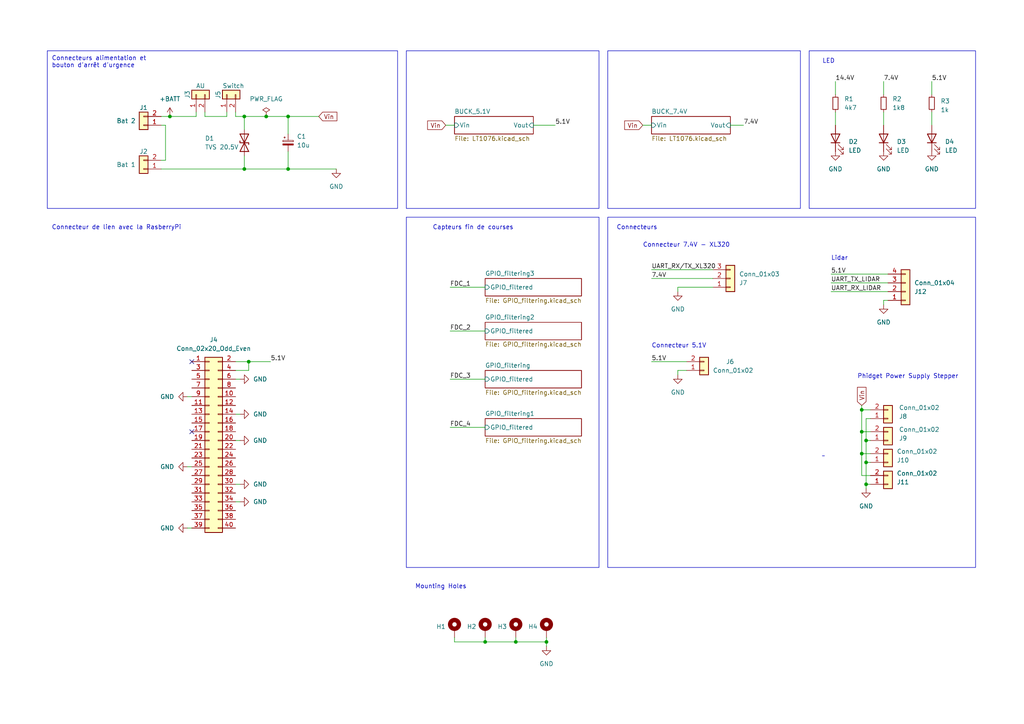
<source format=kicad_sch>
(kicad_sch (version 20230121) (generator eeschema)
  (paper "A4")
  (lib_symbols
    (symbol "Connector_Generic:Conn_01x02" (pin_names (offset 1.016) hide)
      (property "Reference" "J" (at 0 2.54 0))
      (property "Value" "Conn_01x02" (at 0 -5.08 0))
      (symbol "Conn_01x02_1_1"
        (rectangle (start -1.27 -2.413) (end 0 -2.667) (stroke (width 0.1524)))
        (rectangle (start -1.27 0.127) (end 0 -0.127) (stroke (width 0.1524)))
        (rectangle (start -1.27 1.27) (end 1.27 -3.81) (stroke (width 0.254)) (fill (type background)))
        (pin passive line (at -5.08 0 0) (length 3.81) (name "Pin_1") (number "1"))
        (pin passive line (at -5.08 -2.54 0) (length 3.81) (name "Pin_2") (number "2"))
      )
    )
    (symbol "Connector_Generic:Conn_01x03" (pin_names (offset 1.016) hide)
      (property "Reference" "J" (at 0 5.08 0))
      (property "Value" "Conn_01x03" (at 0 -5.08 0))
      (symbol "Conn_01x03_1_1"
        (rectangle (start -1.27 -2.413) (end 0 -2.667) (stroke (width 0.1524)))
        (rectangle (start -1.27 0.127) (end 0 -0.127) (stroke (width 0.1524)))
        (rectangle (start -1.27 2.667) (end 0 2.413) (stroke (width 0.1524)))
        (rectangle (start -1.27 3.81) (end 1.27 -3.81) (stroke (width 0.254)) (fill (type background)))
        (pin passive line (at -5.08 2.54 0) (length 3.81) (name "Pin_1") (number "1"))
        (pin passive line (at -5.08 0 0) (length 3.81) (name "Pin_2") (number "2"))
        (pin passive line (at -5.08 -2.54 0) (length 3.81) (name "Pin_3") (number "3"))
      )
    )
    (symbol "Connector_Generic:Conn_01x04" (pin_names (offset 1.016) hide)
      (property "Reference" "J" (at 0 5.08 0))
      (property "Value" "Conn_01x04" (at 0 -7.62 0))
      (symbol "Conn_01x04_1_1"
        (rectangle (start -1.27 -4.953) (end 0 -5.207) (stroke (width 0.1524)))
        (rectangle (start -1.27 -2.413) (end 0 -2.667) (stroke (width 0.1524)))
        (rectangle (start -1.27 0.127) (end 0 -0.127) (stroke (width 0.1524)))
        (rectangle (start -1.27 2.667) (end 0 2.413) (stroke (width 0.1524)))
        (rectangle (start -1.27 3.81) (end 1.27 -6.35) (stroke (width 0.254)) (fill (type background)))
        (pin passive line (at -5.08 2.54 0) (length 3.81) (name "Pin_1") (number "1"))
        (pin passive line (at -5.08 0 0) (length 3.81) (name "Pin_2") (number "2"))
        (pin passive line (at -5.08 -2.54 0) (length 3.81) (name "Pin_3") (number "3"))
        (pin passive line (at -5.08 -5.08 0) (length 3.81) (name "Pin_4") (number "4"))
      )
    )
    (symbol "Connector_Generic:Conn_02x20_Odd_Even" (pin_names (offset 1.016) hide)
      (property "Reference" "J" (at 1.27 25.4 0))
      (property "Value" "Conn_02x20_Odd_Even" (at 1.27 -27.94 0))
      (symbol "Conn_02x20_Odd_Even_1_1"
        (rectangle (start -1.27 -25.273) (end 0 -25.527) (stroke (width 0.1524)))
        (rectangle (start -1.27 -22.733) (end 0 -22.987) (stroke (width 0.1524)))
        (rectangle (start -1.27 -20.193) (end 0 -20.447) (stroke (width 0.1524)))
        (rectangle (start -1.27 -17.653) (end 0 -17.907) (stroke (width 0.1524)))
        (rectangle (start -1.27 -15.113) (end 0 -15.367) (stroke (width 0.1524)))
        (rectangle (start -1.27 -12.573) (end 0 -12.827) (stroke (width 0.1524)))
        (rectangle (start -1.27 -10.033) (end 0 -10.287) (stroke (width 0.1524)))
        (rectangle (start -1.27 -7.493) (end 0 -7.747) (stroke (width 0.1524)))
        (rectangle (start -1.27 -4.953) (end 0 -5.207) (stroke (width 0.1524)))
        (rectangle (start -1.27 -2.413) (end 0 -2.667) (stroke (width 0.1524)))
        (rectangle (start -1.27 0.127) (end 0 -0.127) (stroke (width 0.1524)))
        (rectangle (start -1.27 2.667) (end 0 2.413) (stroke (width 0.1524)))
        (rectangle (start -1.27 5.207) (end 0 4.953) (stroke (width 0.1524)))
        (rectangle (start -1.27 7.747) (end 0 7.493) (stroke (width 0.1524)))
        (rectangle (start -1.27 10.287) (end 0 10.033) (stroke (width 0.1524)))
        (rectangle (start -1.27 12.827) (end 0 12.573) (stroke (width 0.1524)))
        (rectangle (start -1.27 15.367) (end 0 15.113) (stroke (width 0.1524)))
        (rectangle (start -1.27 17.907) (end 0 17.653) (stroke (width 0.1524)))
        (rectangle (start -1.27 20.447) (end 0 20.193) (stroke (width 0.1524)))
        (rectangle (start -1.27 22.987) (end 0 22.733) (stroke (width 0.1524)))
        (rectangle (start -1.27 24.13) (end 3.81 -26.67) (stroke (width 0.254)) (fill (type background)))
        (rectangle (start 3.81 -25.273) (end 2.54 -25.527) (stroke (width 0.1524)))
        (rectangle (start 3.81 -22.733) (end 2.54 -22.987) (stroke (width 0.1524)))
        (rectangle (start 3.81 -20.193) (end 2.54 -20.447) (stroke (width 0.1524)))
        (rectangle (start 3.81 -17.653) (end 2.54 -17.907) (stroke (width 0.1524)))
        (rectangle (start 3.81 -15.113) (end 2.54 -15.367) (stroke (width 0.1524)))
        (rectangle (start 3.81 -12.573) (end 2.54 -12.827) (stroke (width 0.1524)))
        (rectangle (start 3.81 -10.033) (end 2.54 -10.287) (stroke (width 0.1524)))
        (rectangle (start 3.81 -7.493) (end 2.54 -7.747) (stroke (width 0.1524)))
        (rectangle (start 3.81 -4.953) (end 2.54 -5.207) (stroke (width 0.1524)))
        (rectangle (start 3.81 -2.413) (end 2.54 -2.667) (stroke (width 0.1524)))
        (rectangle (start 3.81 0.127) (end 2.54 -0.127) (stroke (width 0.1524)))
        (rectangle (start 3.81 2.667) (end 2.54 2.413) (stroke (width 0.1524)))
        (rectangle (start 3.81 5.207) (end 2.54 4.953) (stroke (width 0.1524)))
        (rectangle (start 3.81 7.747) (end 2.54 7.493) (stroke (width 0.1524)))
        (rectangle (start 3.81 10.287) (end 2.54 10.033) (stroke (width 0.1524)))
        (rectangle (start 3.81 12.827) (end 2.54 12.573) (stroke (width 0.1524)))
        (rectangle (start 3.81 15.367) (end 2.54 15.113) (stroke (width 0.1524)))
        (rectangle (start 3.81 17.907) (end 2.54 17.653) (stroke (width 0.1524)))
        (rectangle (start 3.81 20.447) (end 2.54 20.193) (stroke (width 0.1524)))
        (rectangle (start 3.81 22.987) (end 2.54 22.733) (stroke (width 0.1524)))
        (pin passive line (at -5.08 22.86 0) (length 3.81) (name "Pin_1") (number "1"))
        (pin passive line (at 7.62 12.7 180) (length 3.81) (name "Pin_10") (number "10"))
        (pin passive line (at -5.08 10.16 0) (length 3.81) (name "Pin_11") (number "11"))
        (pin passive line (at 7.62 10.16 180) (length 3.81) (name "Pin_12") (number "12"))
        (pin passive line (at -5.08 7.62 0) (length 3.81) (name "Pin_13") (number "13"))
        (pin passive line (at 7.62 7.62 180) (length 3.81) (name "Pin_14") (number "14"))
        (pin passive line (at -5.08 5.08 0) (length 3.81) (name "Pin_15") (number "15"))
        (pin passive line (at 7.62 5.08 180) (length 3.81) (name "Pin_16") (number "16"))
        (pin passive line (at -5.08 2.54 0) (length 3.81) (name "Pin_17") (number "17"))
        (pin passive line (at 7.62 2.54 180) (length 3.81) (name "Pin_18") (number "18"))
        (pin passive line (at -5.08 0 0) (length 3.81) (name "Pin_19") (number "19"))
        (pin passive line (at 7.62 22.86 180) (length 3.81) (name "Pin_2") (number "2"))
        (pin passive line (at 7.62 0 180) (length 3.81) (name "Pin_20") (number "20"))
        (pin passive line (at -5.08 -2.54 0) (length 3.81) (name "Pin_21") (number "21"))
        (pin passive line (at 7.62 -2.54 180) (length 3.81) (name "Pin_22") (number "22"))
        (pin passive line (at -5.08 -5.08 0) (length 3.81) (name "Pin_23") (number "23"))
        (pin passive line (at 7.62 -5.08 180) (length 3.81) (name "Pin_24") (number "24"))
        (pin passive line (at -5.08 -7.62 0) (length 3.81) (name "Pin_25") (number "25"))
        (pin passive line (at 7.62 -7.62 180) (length 3.81) (name "Pin_26") (number "26"))
        (pin passive line (at -5.08 -10.16 0) (length 3.81) (name "Pin_27") (number "27"))
        (pin passive line (at 7.62 -10.16 180) (length 3.81) (name "Pin_28") (number "28"))
        (pin passive line (at -5.08 -12.7 0) (length 3.81) (name "Pin_29") (number "29"))
        (pin passive line (at -5.08 20.32 0) (length 3.81) (name "Pin_3") (number "3"))
        (pin passive line (at 7.62 -12.7 180) (length 3.81) (name "Pin_30") (number "30"))
        (pin passive line (at -5.08 -15.24 0) (length 3.81) (name "Pin_31") (number "31"))
        (pin passive line (at 7.62 -15.24 180) (length 3.81) (name "Pin_32") (number "32"))
        (pin passive line (at -5.08 -17.78 0) (length 3.81) (name "Pin_33") (number "33"))
        (pin passive line (at 7.62 -17.78 180) (length 3.81) (name "Pin_34") (number "34"))
        (pin passive line (at -5.08 -20.32 0) (length 3.81) (name "Pin_35") (number "35"))
        (pin passive line (at 7.62 -20.32 180) (length 3.81) (name "Pin_36") (number "36"))
        (pin passive line (at -5.08 -22.86 0) (length 3.81) (name "Pin_37") (number "37"))
        (pin passive line (at 7.62 -22.86 180) (length 3.81) (name "Pin_38") (number "38"))
        (pin passive line (at -5.08 -25.4 0) (length 3.81) (name "Pin_39") (number "39"))
        (pin passive line (at 7.62 20.32 180) (length 3.81) (name "Pin_4") (number "4"))
        (pin passive line (at 7.62 -25.4 180) (length 3.81) (name "Pin_40") (number "40"))
        (pin passive line (at -5.08 17.78 0) (length 3.81) (name "Pin_5") (number "5"))
        (pin passive line (at 7.62 17.78 180) (length 3.81) (name "Pin_6") (number "6"))
        (pin passive line (at -5.08 15.24 0) (length 3.81) (name "Pin_7") (number "7"))
        (pin passive line (at 7.62 15.24 180) (length 3.81) (name "Pin_8") (number "8"))
        (pin passive line (at -5.08 12.7 0) (length 3.81) (name "Pin_9") (number "9"))
      )
    )
    (symbol "Device:C_Polarized_Small" (pin_numbers hide) (pin_names (offset 0.254) hide)
      (property "Reference" "C" (at 0.254 1.778 0))
      (property "Value" "C_Polarized_Small" (at 0.254 -2.032 0))
      (symbol "C_Polarized_Small_0_1"
        (rectangle (start -1.524 -0.3048) (end 1.524 -0.6858) (fill (type outline)))
        (rectangle (start -1.524 0.6858) (end 1.524 0.3048))
        (polyline (pts (xy -1.27 1.524) (xy -0.762 1.524)))
        (polyline (pts (xy -1.016 1.27) (xy -1.016 1.778)))
      )
      (symbol "C_Polarized_Small_1_1"
        (pin passive line (at 0 2.54 270) (length 1.8542) (name "~") (number "1"))
        (pin passive line (at 0 -2.54 90) (length 1.8542) (name "~") (number "2"))
      )
    )
    (symbol "Device:LED" (pin_numbers hide) (pin_names (offset 1.016) hide)
      (property "Reference" "D" (at 0 2.54 0))
      (property "Value" "LED" (at 0 -2.54 0))
      (symbol "LED_0_1"
        (polyline (pts (xy -1.27 -1.27) (xy -1.27 1.27)) (stroke (width 0.254)))
        (polyline (pts (xy -1.27 0) (xy 1.27 0)))
        (polyline (pts (xy 1.27 -1.27) (xy 1.27 1.27) (xy -1.27 0) (xy 1.27 -1.27)) (stroke (width 0.254)))
        (polyline (pts (xy -3.048 -0.762) (xy -4.572 -2.286) (xy -3.81 -2.286) (xy -4.572 -2.286) (xy -4.572 -1.524)))
        (polyline (pts (xy -1.778 -0.762) (xy -3.302 -2.286) (xy -2.54 -2.286) (xy -3.302 -2.286) (xy -3.302 -1.524)))
      )
      (symbol "LED_1_1"
        (pin passive line (at -3.81 0 0) (length 2.54) (name "K") (number "1"))
        (pin passive line (at 3.81 0 180) (length 2.54) (name "A") (number "2"))
      )
    )
    (symbol "Device:R_Small" (pin_numbers hide) (pin_names (offset 0.254) hide)
      (property "Reference" "R" (at 0.762 0.508 0))
      (property "Value" "R_Small" (at 0.762 -1.016 0))
      (symbol "R_Small_0_1"
        (rectangle (start -0.762 1.778) (end 0.762 -1.778) (stroke (width 0.2032)))
      )
      (symbol "R_Small_1_1"
        (pin passive line (at 0 2.54 270) (length 0.762) (name "~") (number "1"))
        (pin passive line (at 0 -2.54 90) (length 0.762) (name "~") (number "2"))
      )
    )
    (symbol "Diode:1.5KExxCA" (pin_numbers hide) (pin_names (offset 1.016) hide)
      (property "Reference" "D" (at 0 2.54 0))
      (property "Value" "1.5KExxCA" (at 0 -2.54 0))
      (symbol "1.5KExxCA_0_1"
        (polyline (pts (xy 1.27 0) (xy -1.27 0)))
        (polyline (pts (xy -2.54 -1.27) (xy 0 0) (xy -2.54 1.27) (xy -2.54 -1.27)) (stroke (width 0.254)))
        (polyline (pts (xy 0.508 1.27) (xy 0 1.27) (xy 0 -1.27) (xy -0.508 -1.27)) (stroke (width 0.254)))
        (polyline (pts (xy 2.54 1.27) (xy 2.54 -1.27) (xy 0 0) (xy 2.54 1.27)) (stroke (width 0.254)))
      )
      (symbol "1.5KExxCA_1_1"
        (pin passive line (at -3.81 0 0) (length 2.54) (name "A1") (number "1"))
        (pin passive line (at 3.81 0 180) (length 2.54) (name "A2") (number "2"))
      )
    )
    (symbol "Mechanical:MountingHole_Pad" (pin_numbers hide) (pin_names (offset 1.016) hide)
      (property "Reference" "H" (at 0 6.35 0))
      (property "Value" "MountingHole_Pad" (at 0 4.445 0))
      (symbol "MountingHole_Pad_0_1"
        (circle (center 0 1.27) (radius 1.27) (stroke (width 1.27)))
      )
      (symbol "MountingHole_Pad_1_1"
        (pin input line (at 0 -2.54 90) (length 2.54) (name "1") (number "1"))
      )
    )
    (symbol "power:+BATT" (power) (pin_names (offset 0))
      (property "Value" "+BATT" (at 0 3.556 0))
      (symbol "+BATT_0_1"
        (polyline (pts (xy -0.762 1.27) (xy 0 2.54)))
        (polyline (pts (xy 0 0) (xy 0 2.54)))
        (polyline (pts (xy 0 2.54) (xy 0.762 1.27)))
      )
      (symbol "+BATT_1_1"
        (pin power_in line (at 0 0 90) (length 0) hide (name "+BATT") (number "1"))
      )
    )
    (symbol "power:GND" (power) (pin_names (offset 0))
      (property "Value" "GND" (at 0 -3.81 0))
      (symbol "GND_0_1"
        (polyline (pts (xy 0 0) (xy 0 -1.27) (xy 1.27 -1.27) (xy 0 -2.54) (xy -1.27 -1.27) (xy 0 -1.27)))
      )
      (symbol "GND_1_1"
        (pin power_in line (at 0 0 270) (length 0) hide (name "GND") (number "1"))
      )
    )
    (symbol "power:PWR_FLAG" (power) (pin_numbers hide) (pin_names (offset 0) hide)
      (property "Value" "PWR_FLAG" (at 0 3.81 0))
      (symbol "PWR_FLAG_0_0"
        (pin power_out line (at 0 0 90) (length 0) (name "pwr") (number "1"))
      )
      (symbol "PWR_FLAG_0_1"
        (polyline (pts (xy 0 0) (xy 0 1.27) (xy -1.016 1.905) (xy 0 2.54) (xy 1.016 1.905) (xy 0 1.27)))
      )
    )
  )
  (junction (at 140.716 186.182))
  (junction (at 49.276 33.782))
  (junction (at 70.866 49.022))
  (junction (at 72.136 104.902))
  (junction (at 83.566 33.782))
  (junction (at 249.936 131.572))
  (junction (at 251.206 134.112))
  (junction (at 249.936 118.872))
  (junction (at 251.206 127.762))
  (junction (at 83.566 49.022))
  (junction (at 149.606 186.182))
  (junction (at 158.496 186.182))
  (junction (at 251.206 140.462))
  (junction (at 77.216 33.782))
  (junction (at 70.866 33.782))
  (junction (at 249.936 125.222))
  (no_connect (at 55.626 104.902))
  (no_connect (at 55.626 125.222))
  (wire (pts (xy 70.866 33.782) (xy 77.216 33.782)))
  (wire (pts (xy 196.596 83.312) (xy 196.596 84.582)))
  (wire (pts (xy 59.436 32.512) (xy 59.436 33.782)))
  (wire (pts (xy 48.006 46.482) (xy 46.736 46.482)))
  (wire (pts (xy 77.216 33.782) (xy 83.566 33.782)))
  (wire (pts (xy 83.566 38.862) (xy 83.566 33.782)))
  (wire (pts (xy 68.326 32.512) (xy 68.326 33.782)))
  (wire (pts (xy 242.316 23.622) (xy 242.316 27.432)))
  (polyline (pts (xy 238.506 132.207) (xy 239.141 132.207)))
  (wire (pts (xy 129.286 36.322) (xy 131.826 36.322)))
  (wire (pts (xy 68.326 140.462) (xy 69.596 140.462)))
  (wire (pts (xy 188.976 104.902) (xy 199.136 104.902)))
  (wire (pts (xy 251.206 134.112) (xy 251.206 140.462)))
  (wire (pts (xy 251.206 127.762) (xy 252.476 127.762)))
  (wire (pts (xy 68.326 127.762) (xy 69.596 127.762)))
  (wire (pts (xy 131.826 184.912) (xy 131.826 186.182)))
  (wire (pts (xy 252.476 134.112) (xy 251.206 134.112)))
  (wire (pts (xy 186.436 36.322) (xy 188.976 36.322)))
  (wire (pts (xy 46.736 36.322) (xy 48.006 36.322)))
  (wire (pts (xy 97.536 49.022) (xy 83.566 49.022)))
  (wire (pts (xy 68.326 120.142) (xy 69.596 120.142)))
  (wire (pts (xy 211.836 36.322) (xy 215.646 36.322)))
  (wire (pts (xy 68.326 33.782) (xy 70.866 33.782)))
  (wire (pts (xy 65.786 32.512) (xy 65.786 33.782)))
  (wire (pts (xy 241.046 82.042) (xy 257.556 82.042)))
  (wire (pts (xy 68.326 145.542) (xy 69.596 145.542)))
  (wire (pts (xy 188.976 78.232) (xy 206.756 78.232)))
  (wire (pts (xy 249.936 125.222) (xy 249.936 131.572)))
  (wire (pts (xy 54.356 135.382) (xy 55.626 135.382)))
  (wire (pts (xy 68.326 109.982) (xy 69.596 109.982)))
  (wire (pts (xy 46.736 49.022) (xy 70.866 49.022)))
  (wire (pts (xy 252.476 118.872) (xy 249.936 118.872)))
  (wire (pts (xy 83.566 43.942) (xy 83.566 49.022)))
  (wire (pts (xy 68.326 107.442) (xy 72.136 107.442)))
  (wire (pts (xy 149.606 184.912) (xy 149.606 186.182)))
  (wire (pts (xy 249.936 137.922) (xy 252.476 137.922)))
  (wire (pts (xy 188.976 80.772) (xy 206.756 80.772)))
  (wire (pts (xy 154.686 36.322) (xy 161.036 36.322)))
  (wire (pts (xy 68.326 104.902) (xy 72.136 104.902)))
  (wire (pts (xy 149.606 186.182) (xy 158.496 186.182)))
  (wire (pts (xy 199.136 107.442) (xy 196.596 107.442)))
  (wire (pts (xy 256.286 87.122) (xy 257.556 87.122)))
  (wire (pts (xy 130.556 109.982) (xy 140.716 109.982)))
  (wire (pts (xy 54.356 153.162) (xy 55.626 153.162)))
  (wire (pts (xy 256.286 88.392) (xy 256.286 87.122)))
  (wire (pts (xy 130.556 123.952) (xy 140.716 123.952)))
  (wire (pts (xy 251.206 127.762) (xy 251.206 134.112)))
  (wire (pts (xy 158.496 186.182) (xy 158.496 187.452)))
  (wire (pts (xy 70.866 49.022) (xy 83.566 49.022)))
  (wire (pts (xy 241.046 84.582) (xy 257.556 84.582)))
  (wire (pts (xy 46.736 33.782) (xy 49.276 33.782)))
  (wire (pts (xy 270.256 32.512) (xy 270.256 36.322)))
  (wire (pts (xy 130.556 83.312) (xy 140.716 83.312)))
  (wire (pts (xy 56.896 33.782) (xy 56.896 32.512)))
  (wire (pts (xy 49.276 33.782) (xy 56.896 33.782)))
  (wire (pts (xy 249.936 131.572) (xy 249.936 137.922)))
  (wire (pts (xy 251.206 121.412) (xy 251.206 127.762)))
  (wire (pts (xy 131.826 186.182) (xy 140.716 186.182)))
  (wire (pts (xy 140.716 186.182) (xy 149.606 186.182)))
  (wire (pts (xy 249.936 117.602) (xy 249.936 118.872)))
  (wire (pts (xy 140.716 184.912) (xy 140.716 186.182)))
  (wire (pts (xy 270.256 23.622) (xy 270.256 27.432)))
  (wire (pts (xy 48.006 36.322) (xy 48.006 46.482)))
  (wire (pts (xy 251.206 140.462) (xy 251.206 141.732)))
  (wire (pts (xy 242.316 32.512) (xy 242.316 36.322)))
  (wire (pts (xy 241.046 79.502) (xy 257.556 79.502)))
  (wire (pts (xy 249.936 131.572) (xy 252.476 131.572)))
  (wire (pts (xy 249.936 125.222) (xy 252.476 125.222)))
  (wire (pts (xy 196.596 83.312) (xy 206.756 83.312)))
  (wire (pts (xy 252.476 121.412) (xy 251.206 121.412)))
  (wire (pts (xy 130.556 96.012) (xy 140.716 96.012)))
  (wire (pts (xy 256.286 23.622) (xy 256.286 27.432)))
  (wire (pts (xy 72.136 104.902) (xy 78.486 104.902)))
  (wire (pts (xy 252.476 140.462) (xy 251.206 140.462)))
  (wire (pts (xy 70.866 33.782) (xy 70.866 37.592)))
  (wire (pts (xy 59.436 33.782) (xy 65.786 33.782)))
  (wire (pts (xy 158.496 184.912) (xy 158.496 186.182)))
  (wire (pts (xy 256.286 32.512) (xy 256.286 36.322)))
  (wire (pts (xy 70.866 45.212) (xy 70.866 49.022)))
  (wire (pts (xy 54.356 115.062) (xy 55.626 115.062)))
  (wire (pts (xy 72.136 107.442) (xy 72.136 104.902)))
  (wire (pts (xy 196.596 107.442) (xy 196.596 108.712)))
  (wire (pts (xy 92.456 33.782) (xy 83.566 33.782)))
  (wire (pts (xy 249.936 118.872) (xy 249.936 125.222)))
  (rectangle (start 176.276 62.992) (end 282.956 164.592))
  (rectangle (start 176.276 14.732) (end 232.156 60.452))
  (rectangle (start 117.856 62.992) (end 173.736 164.592))
  (rectangle (start 234.696 14.732) (end 282.956 60.452))
  (rectangle (start 13.716 14.732) (end 115.316 60.452))
  (rectangle (start 117.856 14.732) (end 173.736 60.452))
  (text "Connecteurs alimentation et \nbouton d'arrêt d'urgence" (at 14.986 19.812 0) (effects (font (size 1.27 1.27)) (justify left bottom)))
  (text "Mounting Holes" (at 120.396 170.942 0) (effects (font (size 1.27 1.27)) (justify left bottom)))
  (text "Lidar\n" (at 241.046 75.692 0) (effects (font (size 1.27 1.27)) (justify left bottom)))
  (text "Connecteur 5.1V\n" (at 188.976 101.092 0) (effects (font (size 1.27 1.27)) (justify left bottom)))
  (text "Connecteur de lien avec la RasberryPi" (at 14.986 66.802 0) (effects (font (size 1.27 1.27)) (justify left bottom)))
  (text "Connecteurs\n" (at 178.816 66.802 0) (effects (font (size 1.27 1.27)) (justify left bottom)))
  (text "LED" (at 238.506 18.542 0) (effects (font (size 1.27 1.27)) (justify left bottom)))
  (text "Capteurs fin de courses\n" (at 125.476 66.802 0) (effects (font (size 1.27 1.27)) (justify left bottom)))
  (text "Phidget Power Supply Stepper" (at 248.666 109.982 0) (effects (font (size 1.27 1.27)) (justify left bottom)))
  (text "Connecteur 7.4V - XL320" (at 186.436 71.882 0) (effects (font (size 1.27 1.27)) (justify left bottom)))
  (label "UART_RX{slash}TX_XL320" (at 188.976 78.232 0))
  (label "5.1V" (at 161.036 36.322 0))
  (label "7.4V" (at 188.976 80.772 0))
  (label "7.4V" (at 256.286 23.622 0))
  (label "7.4V" (at 215.646 36.322 0))
  (label "FDC_2" (at 130.556 96.012 0))
  (label "5.1V" (at 241.046 79.502 0))
  (label "FDC_3" (at 130.556 109.982 0))
  (label "UART_RX_LIDAR" (at 241.046 84.582 0))
  (label "FDC_4" (at 130.556 123.952 0))
  (label "14.4V" (at 242.316 23.622 0))
  (label "5.1V" (at 188.976 104.902 0))
  (label "5.1V" (at 78.486 104.902 0))
  (label "FDC_1" (at 130.556 83.312 0))
  (label "UART_TX_LIDAR" (at 241.046 82.042 0))
  (label "5.1V" (at 270.256 23.622 0))
  (global_label "Vin" (shape input) (at 186.436 36.322 180) (property "Intersheetrefs" "${INTERSHEET_REFS}" (effects hide)))
  (global_label "Vin" (shape input) (at 249.936 117.602 90) (property "Intersheetrefs" "${INTERSHEET_REFS}" (effects hide)))
  (global_label "Vin" (shape input) (at 92.456 33.782 0) (property "Intersheetrefs" "${INTERSHEET_REFS}" (effects hide)))
  (global_label "Vin" (shape input) (at 129.286 36.322 180) (property "Intersheetrefs" "${INTERSHEET_REFS}" (effects hide)))
  (symbol (lib_id "Device:LED") (at 242.316 40.132 90) (unit 1)
    (property "Reference" "D2" (at 246.126 41.0845 90) (effects (justify right)))
    (property "Value" "LED" (at 246.126 43.6245 90) (effects (justify right)))
    (property "Footprint" "LED_SMD:LED_0603_1608Metric_Pad1.05x0.95mm_HandSolder" (effects hide))
  )
  (symbol (lib_id "Mechanical:MountingHole_Pad") (at 140.716 182.372 0) (unit 1)
    (property "Reference" "H2" (at 138.176 181.737 0) (effects (justify right)))
    (property "Value" "MountingHole_Pad" (effects hide))
    (property "Footprint" "MountingHole:MountingHole_3.2mm_M3_Pad_Via" (effects hide))
  )
  (symbol (lib_id "Connector_Generic:Conn_01x02") (at 41.656 49.022 180) (unit 1)
    (property "Reference" "J2" (at 41.656 43.942 0))
    (property "Value" "Bat 1" (at 36.576 47.752 0))
  )
  (symbol (lib_id "power:GND") (at 97.536 49.022 0) (unit 1)
    (property "Reference" "#PWR010" (effects hide))
    (property "Value" "GND" (at 97.536 54.102 0))
  )
  (symbol (lib_id "power:GND") (at 69.596 140.462 90) (unit 1)
    (property "Reference" "#PWR08" (effects hide))
    (property "Value" "GND" (at 73.406 140.462 90) (effects (justify right)))
  )
  (symbol (lib_id "Device:C_Polarized_Small") (at 83.566 41.402 0) (unit 1)
    (property "Reference" "C1" (at 86.106 39.5859 0) (effects (justify left)))
    (property "Value" "10u" (at 86.106 42.1259 0) (effects (justify left)))
    (property "Footprint" "Capacitor_SMD:CP_Elec_5x5.4" (effects hide))
    (property "Datasheet" "https://www.we-online.com/components/products/datasheet/865080642006.pdf" (effects hide))
    (property "MPN" "865080642006" (effects hide))
  )
  (symbol (lib_id "Connector_Generic:Conn_01x02") (at 204.216 107.442 0) (mirror x) (unit 1)
    (property "Reference" "J6" (at 210.566 104.902 0) (effects (justify left)))
    (property "Value" "Conn_01x02" (at 206.756 107.442 0) (effects (justify left)))
  )
  (symbol (lib_id "power:GND") (at 256.286 43.942 0) (unit 1)
    (property "Reference" "#PWR016" (effects hide))
    (property "Value" "GND" (at 256.286 49.022 0))
  )
  (symbol (lib_id "power:GND") (at 69.596 145.542 90) (unit 1)
    (property "Reference" "#PWR09" (effects hide))
    (property "Value" "GND" (at 73.406 145.542 90) (effects (justify right)))
  )
  (symbol (lib_id "power:GND") (at 242.316 43.942 0) (unit 1)
    (property "Reference" "#PWR014" (effects hide))
    (property "Value" "GND" (at 242.316 49.022 0))
  )
  (symbol (lib_id "power:GND") (at 196.596 108.712 0) (unit 1)
    (property "Reference" "#PWR013" (effects hide))
    (property "Value" "GND" (at 196.596 113.792 0))
  )
  (symbol (lib_id "power:GND") (at 256.286 88.392 0) (unit 1)
    (property "Reference" "#PWR017" (effects hide))
    (property "Value" "GND" (at 256.286 93.472 0))
  )
  (symbol (lib_id "power:GND") (at 196.596 84.582 0) (unit 1)
    (property "Reference" "#PWR012" (effects hide))
    (property "Value" "GND" (at 196.596 89.662 0))
  )
  (symbol (lib_id "Connector_Generic:Conn_01x02") (at 257.556 134.112 0) (mirror x) (unit 1)
    (property "Reference" "J10" (at 260.096 133.477 0) (effects (justify left)))
    (property "Value" "Conn_01x02" (at 260.096 130.937 0) (effects (justify left)))
  )
  (symbol (lib_id "power:GND") (at 251.206 141.732 0) (unit 1)
    (property "Reference" "#PWR015" (effects hide))
    (property "Value" "GND" (at 251.206 146.812 0))
  )
  (symbol (lib_id "power:GND") (at 69.596 120.142 90) (unit 1)
    (property "Reference" "#PWR06" (effects hide))
    (property "Value" "GND" (at 73.406 120.142 90) (effects (justify right)))
  )
  (symbol (lib_id "Connector_Generic:Conn_01x02") (at 257.556 121.412 0) (mirror x) (unit 1)
    (property "Reference" "J8" (at 260.731 120.777 0) (effects (justify left)))
    (property "Value" "Conn_01x02" (at 260.731 118.237 0) (effects (justify left)))
  )
  (symbol (lib_id "Connector_Generic:Conn_01x03") (at 211.836 80.772 0) (mirror x) (unit 1)
    (property "Reference" "J7" (at 214.376 82.042 0) (effects (justify left)))
    (property "Value" "Conn_01x03" (at 214.376 79.502 0) (effects (justify left)))
  )
  (symbol (lib_id "Device:LED") (at 256.286 40.132 90) (unit 1)
    (property "Reference" "D3" (at 260.096 41.0845 90) (effects (justify right)))
    (property "Value" "LED" (at 260.096 43.6245 90) (effects (justify right)))
    (property "Footprint" "LED_SMD:LED_0603_1608Metric_Pad1.05x0.95mm_HandSolder" (effects hide))
  )
  (symbol (lib_id "Connector_Generic:Conn_01x04") (at 262.636 84.582 0) (mirror x) (unit 1)
    (property "Reference" "J12" (at 265.176 84.582 0) (effects (justify left)))
    (property "Value" "Conn_01x04" (at 265.176 82.042 0) (effects (justify left)))
  )
  (symbol (lib_id "Connector_Generic:Conn_01x02") (at 257.556 140.462 0) (mirror x) (unit 1)
    (property "Reference" "J11" (at 260.096 139.827 0) (effects (justify left)))
    (property "Value" "Conn_01x02" (at 260.096 137.287 0) (effects (justify left)))
  )
  (symbol (lib_id "Connector_Generic:Conn_01x02") (at 56.896 27.432 90) (unit 1)
    (property "Reference" "J3" (at 54.356 27.432 0))
    (property "Value" "AU" (at 58.166 24.892 90))
  )
  (symbol (lib_id "power:PWR_FLAG") (at 77.216 33.782 0) (unit 1)
    (property "Reference" "#FLG01" (effects hide))
    (property "Value" "PWR_FLAG" (at 77.216 28.702 0))
  )
  (symbol (lib_id "Connector_Generic:Conn_02x20_Odd_Even") (at 60.706 127.762 0) (unit 1)
    (property "Reference" "J4" (at 61.976 98.552 0))
    (property "Value" "Conn_02x20_Odd_Even" (at 61.976 101.092 0))
  )
  (symbol (lib_id "power:GND") (at 54.356 115.062 270) (unit 1)
    (property "Reference" "#PWR02" (effects hide))
    (property "Value" "GND" (at 50.546 115.062 90) (effects (justify right)))
  )
  (symbol (lib_id "Device:R_Small") (at 242.316 29.972 0) (unit 1)
    (property "Reference" "R1" (at 244.856 28.702 0) (effects (justify left)))
    (property "Value" "4k7" (at 244.856 31.242 0) (effects (justify left)))
    (property "Footprint" "Resistor_SMD:R_0603_1608Metric_Pad0.98x0.95mm_HandSolder" (effects hide))
  )
  (symbol (lib_id "power:GND") (at 158.496 187.452 0) (unit 1)
    (property "Reference" "#PWR011" (effects hide))
    (property "Value" "GND" (at 158.496 192.532 0))
  )
  (symbol (lib_id "power:GND") (at 54.356 135.382 270) (unit 1)
    (property "Reference" "#PWR03" (effects hide))
    (property "Value" "GND" (at 50.546 135.382 90) (effects (justify right)))
  )
  (symbol (lib_id "Mechanical:MountingHole_Pad") (at 131.826 182.372 0) (unit 1)
    (property "Reference" "H1" (at 129.286 181.737 0) (effects (justify right)))
    (property "Value" "MountingHole_Pad" (effects hide))
    (property "Footprint" "MountingHole:MountingHole_3.2mm_M3_Pad_Via" (effects hide))
  )
  (symbol (lib_id "power:GND") (at 270.256 43.942 0) (unit 1)
    (property "Reference" "#PWR018" (effects hide))
    (property "Value" "GND" (at 270.256 49.022 0))
  )
  (symbol (lib_id "Connector_Generic:Conn_01x02") (at 65.786 27.432 90) (unit 1)
    (property "Reference" "J5" (at 63.246 28.702 0) (effects (justify left)))
    (property "Value" "Switch" (at 70.866 24.892 90) (effects (justify left)))
  )
  (symbol (lib_id "power:GND") (at 54.356 153.162 270) (unit 1)
    (property "Reference" "#PWR04" (effects hide))
    (property "Value" "GND" (at 50.546 153.162 90) (effects (justify right)))
  )
  (symbol (lib_id "Device:R_Small") (at 256.286 29.972 0) (unit 1)
    (property "Reference" "R2" (at 258.826 28.702 0) (effects (justify left)))
    (property "Value" "1k8" (at 258.826 31.242 0) (effects (justify left)))
    (property "Footprint" "Resistor_SMD:R_0603_1608Metric_Pad0.98x0.95mm_HandSolder" (effects hide))
  )
  (symbol (lib_id "power:GND") (at 69.596 127.762 90) (unit 1)
    (property "Reference" "#PWR07" (effects hide))
    (property "Value" "GND" (at 73.406 127.762 90) (effects (justify right)))
  )
  (symbol (lib_id "Mechanical:MountingHole_Pad") (at 149.606 182.372 0) (unit 1)
    (property "Reference" "H3" (at 147.066 181.737 0) (effects (justify right)))
    (property "Value" "MountingHole_Pad" (effects hide))
    (property "Footprint" "MountingHole:MountingHole_3.2mm_M3_Pad_Via" (effects hide))
  )
  (symbol (lib_id "Mechanical:MountingHole_Pad") (at 158.496 182.372 0) (unit 1)
    (property "Reference" "H4" (at 155.956 181.737 0) (effects (justify right)))
    (property "Value" "MountingHole_Pad" (effects hide))
    (property "Footprint" "MountingHole:MountingHole_3.2mm_M3_Pad_Via" (effects hide))
  )
  (symbol (lib_id "power:+BATT") (at 49.276 33.782 0) (unit 1)
    (property "Reference" "#PWR01" (effects hide))
    (property "Value" "+BATT" (at 49.276 28.702 0))
  )
  (symbol (lib_id "Connector_Generic:Conn_01x02") (at 257.556 127.762 0) (mirror x) (unit 1)
    (property "Reference" "J9" (at 260.731 127.127 0) (effects (justify left)))
    (property "Value" "Conn_01x02" (at 260.731 124.587 0) (effects (justify left)))
  )
  (symbol (lib_id "power:GND") (at 69.596 109.982 90) (unit 1)
    (property "Reference" "#PWR05" (effects hide))
    (property "Value" "GND" (at 73.406 109.982 90) (effects (justify right)))
  )
  (symbol (lib_id "Device:R_Small") (at 270.256 29.972 0) (unit 1)
    (property "Reference" "R3" (at 272.796 29.337 0) (effects (justify left)))
    (property "Value" "1k" (at 272.796 31.877 0) (effects (justify left)))
    (property "Footprint" "Resistor_SMD:R_0603_1608Metric_Pad0.98x0.95mm_HandSolder" (effects hide))
  )
  (symbol (lib_id "Connector_Generic:Conn_01x02") (at 41.656 36.322 180) (unit 1)
    (property "Reference" "J1" (at 41.656 31.242 0))
    (property "Value" "Bat 2" (at 36.576 35.052 0))
  )
  (symbol (lib_id "Diode:1.5KExxCA") (at 70.866 41.402 270) (unit 1)
    (property "Reference" "D1" (at 59.436 40.132 90) (effects (justify left)))
    (property "Value" "TVS 20.5V" (at 59.436 42.672 90) (effects (justify left)))
    (property "Datasheet" "https://www.st.com/resource/en/datasheet/sm6t24a.pdf" (effects hide))
    (property "MPN" "SM6T24A" (effects hide))
  )
  (symbol (lib_id "Device:LED") (at 270.256 40.132 90) (unit 1)
    (property "Reference" "D4" (at 274.066 41.0845 90) (effects (justify right)))
    (property "Value" "LED" (at 274.066 43.6245 90) (effects (justify right)))
    (property "Footprint" "LED_SMD:LED_0603_1608Metric_Pad1.05x0.95mm_HandSolder" (effects hide))
  )
  (sheet (at 140.716 121.412) (size 27.94 5.08) (stroke (width 0.1524))
    (property "Sheetname" "GPIO_filtering1" (at 140.716 120.7004 0) (effects (justify left bottom)))
    (property "Sheetfile" "GPIO_filtering.kicad_sch" (at 140.716 127.0766 0) (effects (justify left top)))
    (pin "GPIO_filtered" input (at 140.716 123.952 180))
  )
  (sheet (at 131.826 33.782) (size 22.86 5.08) (stroke (width 0.1524))
    (property "Sheetname" "BUCK_5.1V" (at 131.826 33.0704 0) (effects (justify left bottom)))
    (property "Sheetfile" "LT1076.kicad_sch" (at 131.826 39.4466 0) (effects (justify left top)))
    (pin "Vout" input (at 154.686 36.322 0))
    (pin "Vin" input (at 131.826 36.322 180))
  )
  (sheet (at 140.716 80.772) (size 27.94 5.08) (stroke (width 0.1524))
    (property "Sheetname" "GPIO_filtering3" (at 140.716 80.0604 0) (effects (justify left bottom)))
    (property "Sheetfile" "GPIO_filtering.kicad_sch" (at 140.716 86.4366 0) (effects (justify left top)))
    (pin "GPIO_filtered" input (at 140.716 83.312 180))
  )
  (sheet (at 140.716 93.472) (size 27.94 5.08) (stroke (width 0.1524))
    (property "Sheetname" "GPIO_filtering2" (at 140.716 92.7604 0) (effects (justify left bottom)))
    (property "Sheetfile" "GPIO_filtering.kicad_sch" (at 140.716 99.1366 0) (effects (justify left top)))
    (pin "GPIO_filtered" input (at 140.716 96.012 180))
  )
  (sheet (at 140.716 107.442) (size 27.94 5.08) (stroke (width 0.1524))
    (property "Sheetname" "GPIO_filtering" (at 140.716 106.7304 0) (effects (justify left bottom)))
    (property "Sheetfile" "GPIO_filtering.kicad_sch" (at 140.716 113.1066 0) (effects (justify left top)))
    (pin "GPIO_filtered" input (at 140.716 109.982 180))
  )
  (sheet (at 188.976 33.782) (size 22.86 5.08) (stroke (width 0.1524))
    (property "Sheetname" "BUCK_7.4V" (at 188.976 33.0704 0) (effects (justify left bottom)))
    (property "Sheetfile" "LT1076.kicad_sch" (at 188.976 39.4466 0) (effects (justify left top)))
    (pin "Vout" input (at 211.836 36.322 0))
    (pin "Vin" input (at 188.976 36.322 180))
  )
)
</source>
